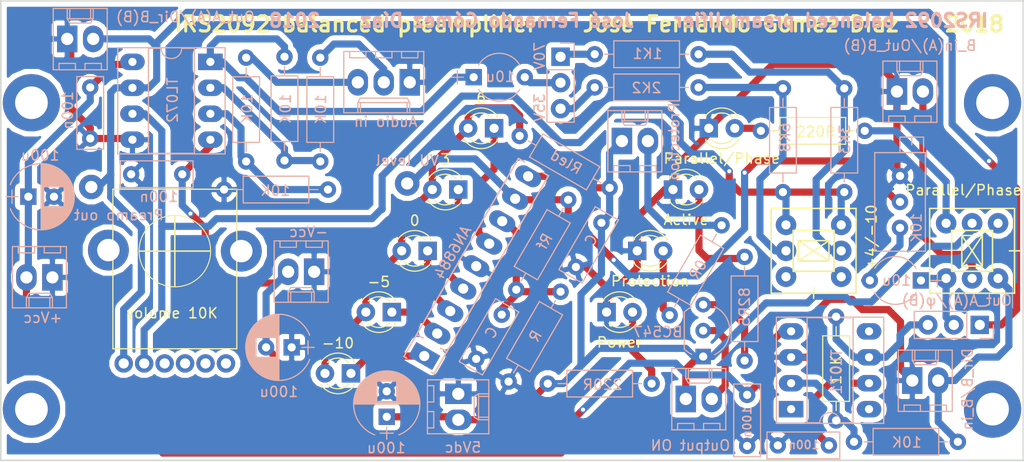
<source format=kicad_pcb>
(kicad_pcb (version 4) (host pcbnew 4.0.7)
  (layers (0 F.Cu signal) (31 B.Cu signal) (34 B.Paste user) (35 F.Paste user) (36 B.SilkS user) (37 F.SilkS user) (38 B.Mask user) (39 F.Mask user) (44 Edge.Cuts user))
  (net 0 "")
  (net 1 "Net-(C1-Pad1)")
  (net 2 GND)
  (net 3 "Net-(C10-Pad2)")
  (net 4 "Net-(C3-Pad1)")
  (net 5 "Net-(C3-Pad2)")
  (net 6 "Net-(C11-Pad1)")
  (net 7 "Net-(C6-Pad1)")
  (net 8 "Net-(C6-Pad2)")
  (net 9 "Net-(C7-Pad1)")
  (net 10 "Net-(D1-Pad2)")
  (net 11 "Net-(D2-Pad2)")
  (net 12 "Net-(D3-Pad2)")
  (net 13 "Net-(D4-Pad2)")
  (net 14 "Net-(D5-Pad1)")
  (net 15 "Net-(D5-Pad2)")
  (net 16 "Net-(D6-Pad1)")
  (net 17 "Net-(D7-Pad1)")
  (net 18 "Net-(D8-Pad1)")
  (net 19 "Net-(D9-Pad1)")
  (net 20 "Net-(J2-Pad2)")
  (net 21 "Net-(J2-Pad3)")
  (net 22 "Net-(J4-Pad2)")
  (net 23 "Net-(J5-Pad2)")
  (net 24 "Net-(J12-Pad1)")
  (net 25 "Net-(J9-Pad2)")
  (net 26 "Net-(J10-Pad2)")
  (net 27 "Net-(J11-Pad1)")
  (net 28 "Net-(JP1-Pad1)")
  (net 29 "Net-(JP1-Pad3)")
  (net 30 "Net-(JP2-Pad3)")
  (net 31 "Net-(Q1-Pad3)")
  (net 32 "Net-(R2-Pad1)")
  (net 33 "Net-(R3-Pad1)")
  (net 34 "Net-(R4-Pad1)")
  (net 35 "Net-(R12-Pad2)")
  (net 36 "Net-(R10-Pad1)")
  (net 37 "Net-(R12-Pad1)")
  (net 38 "Net-(R15-Pad1)")
  (net 39 "Net-(RV1-Pad2)")
  (net 40 "Net-(SW1-Pad1)")
  (net 41 "Net-(SW2-Pad1)")
  (net 42 "Net-(SW2-Pad4)")
  (net 43 "Net-(U3-Pad1)")
  (net 44 "Net-(U3-Pad5)")
  (net 45 "Net-(U3-Pad8)")
  (module LEDs:LED_D3.0mm (layer F.Cu) (at 103.02 81.445)
    (fp_text reference D2 hide)
    (fp_text value Parallel/Phase (at 1.27 2.96) (layer F.SilkS))
    (pad 1 thru_hole rect (at 0 0) (size 1.8 1.8) (drill 0.9) (layers *.Cu *.Mask) (net 2 GND))
    (pad 2 thru_hole circle (at 2.54 0) (size 1.8 1.8) (drill 0.9) (layers *.Cu *.Mask) (net 11 "Net-(D2-Pad2)"))
  )
  (module LEDs:LED_D3.0mm (layer F.Cu) (at 99.52 87.445)
    (fp_text reference D3 hide)
    (fp_text value Active (at 1.27 2.96) (layer F.SilkS))
    (pad 1 thru_hole rect (at 0 0) (size 1.8 1.8) (drill 0.9) (layers *.Cu *.Mask) (net 2 GND))
    (pad 2 thru_hole circle (at 2.54 0) (size 1.8 1.8) (drill 0.9) (layers *.Cu *.Mask) (net 12 "Net-(D3-Pad2)"))
  )
  (module LEDs:LED_D3.0mm (layer F.Cu) (at 96.02 93.445)
    (fp_text reference D4 hide)
    (fp_text value Protection (at 1.27 2.96) (layer F.SilkS))
    (pad 1 thru_hole rect (at 0 0) (size 1.8 1.8) (drill 0.9) (layers *.Cu *.Mask) (net 2 GND))
    (pad 2 thru_hole circle (at 2.54 0) (size 1.8 1.8) (drill 0.9) (layers *.Cu *.Mask) (net 13 "Net-(D4-Pad2)"))
  )
  (module LEDs:LED_D3.0mm (layer F.Cu) (at 93.02 99.445)
    (fp_text reference D1 hide)
    (fp_text value Power (at 1.27 2.96) (layer F.SilkS))
    (pad 1 thru_hole rect (at 0 0) (size 1.8 1.8) (drill 0.9) (layers *.Cu *.Mask) (net 2 GND))
    (pad 2 thru_hole circle (at 2.54 0) (size 1.8 1.8) (drill 0.9) (layers *.Cu *.Mask) (net 10 "Net-(D1-Pad2)"))
  )
  (module LEDs:LED_D3.0mm (layer F.Cu) (at 68.02 105.445 180)
    (fp_text reference D5 hide)
    (fp_text value -10 (at 1.27 2.96 180) (layer F.SilkS))
    (pad 1 thru_hole rect (at 0 0 180) (size 1.8 1.8) (drill 0.9) (layers *.Cu *.Mask) (net 14 "Net-(D5-Pad1)"))
    (pad 2 thru_hole circle (at 2.54 0 180) (size 1.8 1.8) (drill 0.9) (layers *.Cu *.Mask) (net 15 "Net-(D5-Pad2)"))
  )
  (module LEDs:LED_D3.0mm (layer F.Cu) (at 72.02 99.445 180)
    (fp_text reference D6 hide)
    (fp_text value -5 (at 1.27 2.96 180) (layer F.SilkS))
    (pad 1 thru_hole rect (at 0 0 180) (size 1.8 1.8) (drill 0.9) (layers *.Cu *.Mask) (net 16 "Net-(D6-Pad1)"))
    (pad 2 thru_hole circle (at 2.54 0 180) (size 1.8 1.8) (drill 0.9) (layers *.Cu *.Mask) (net 15 "Net-(D5-Pad2)"))
  )
  (module LEDs:LED_D3.0mm (layer F.Cu) (at 75.52 93.445 180)
    (fp_text reference D7 hide)
    (fp_text value 0 (at 1.27 2.96 180) (layer F.SilkS))
    (pad 1 thru_hole rect (at 0 0 180) (size 1.8 1.8) (drill 0.9) (layers *.Cu *.Mask) (net 17 "Net-(D7-Pad1)"))
    (pad 2 thru_hole circle (at 2.54 0 180) (size 1.8 1.8) (drill 0.9) (layers *.Cu *.Mask) (net 15 "Net-(D5-Pad2)"))
  )
  (module LEDs:LED_D3.0mm (layer F.Cu) (at 78.52 87.445 180)
    (fp_text reference D8 hide)
    (fp_text value 3 (at 1.27 2.96 180) (layer F.SilkS))
    (pad 1 thru_hole rect (at 0 0 180) (size 1.8 1.8) (drill 0.9) (layers *.Cu *.Mask) (net 18 "Net-(D8-Pad1)"))
    (pad 2 thru_hole circle (at 2.54 0 180) (size 1.8 1.8) (drill 0.9) (layers *.Cu *.Mask) (net 15 "Net-(D5-Pad2)"))
  )
  (module LEDs:LED_D3.0mm (layer F.Cu) (at 82.02 81.445 180)
    (fp_text reference D9 hide)
    (fp_text value 6 (at 1.27 2.96 180) (layer F.SilkS))
    (pad 1 thru_hole rect (at 0 0 180) (size 1.8 1.8) (drill 0.9) (layers *.Cu *.Mask) (net 19 "Net-(D9-Pad1)"))
    (pad 2 thru_hole circle (at 2.54 0 180) (size 1.8 1.8) (drill 0.9) (layers *.Cu *.Mask) (net 15 "Net-(D5-Pad2)"))
  )
  (module Mounting_Holes:MountingHole_3.2mm_M3_DIN965_Pad (layer F.Cu) (at 36.77 78.945)
    (fp_text reference REF** hide)
    (fp_text value MountingHole_3.2mm_M3_DIN965_Pad hide)
    (pad 1 thru_hole circle (at 0 0) (size 5.6 5.6) (drill 3.2) (layers *.Cu *.Mask))
  )
  (module Mounting_Holes:MountingHole_3.2mm_M3_DIN965_Pad (layer F.Cu) (at 36.77 108.945)
    (fp_text reference REF** hide)
    (fp_text value MountingHole_3.2mm_M3_DIN965_Pad hide)
    (pad 1 thru_hole circle (at 0 0) (size 5.6 5.6) (drill 3.2) (layers *.Cu *.Mask))
  )
  (module Mounting_Holes:MountingHole_3.2mm_M3_DIN965_Pad (layer F.Cu) (at 130.77 108.945)
    (fp_text reference REF** hide)
    (fp_text value MountingHole_3.2mm_M3_DIN965_Pad hide)
    (pad 1 thru_hole circle (at 0 0) (size 5.6 5.6) (drill 3.2) (layers *.Cu *.Mask))
  )
  (module Mounting_Holes:MountingHole_3.2mm_M3_DIN965_Pad (layer F.Cu) (at 130.77 78.945)
    (fp_text reference REF** hide)
    (fp_text value MountingHole_3.2mm_M3_DIN965_Pad hide)
    (pad 1 thru_hole circle (at 0 0) (size 5.6 5.6) (drill 3.2) (layers *.Cu *.Mask))
  )
  (module Potentiometer_Alps_RK12L_Horizontal (layer F.Cu) (at 50.77 93.445)
    (fp_text reference RV1 hide)
    (fp_text value "volume 10K" (at -0.25 6.1) (layer F.SilkS))
    (pad 3 thru_hole circle (at -4.975 11.025 90) (size 1.8 1.8) (drill 1) (layers *.Cu *.Mask) (net 24 "Net-(J12-Pad1)"))
    (pad 1 thru_hole circle (at -2.975 11.025 90) (size 1.8 1.8) (drill 1) (layers *.Cu *.Mask) (net 37 "Net-(R12-Pad1)"))
    (pad 4 thru_hole circle (at -0.975 11.025 90) (size 1.8 1.8) (drill 1) (layers *.Cu *.Mask))
    (pad 6 thru_hole circle (at 1.025 11.025 90) (size 1.8 1.8) (drill 1) (layers *.Cu *.Mask))
    (pad 5 thru_hole circle (at 3.025 11.025 90) (size 1.8 1.8) (drill 1) (layers *.Cu *.Mask))
    (pad 2 thru_hole circle (at 5.025 11.025 90) (size 1.8 1.8) (drill 1) (layers *.Cu *.Mask) (net 39 "Net-(RV1-Pad2)"))
    (pad "" thru_hole circle (at -6.475 -0.075 90) (size 4 4) (drill 2.2) (layers *.Cu *.Mask))
    (pad "" thru_hole circle (at 6.525 0.025 90) (size 4 4) (drill 2.2) (layers *.Cu *.Mask))
  )
  (module Connectors:PINTST (layer B.Cu) (at 73.52 86.845)
    (fp_text reference J11 hide)
    (fp_text value "VU level" (at 0 -2.25) (layer B.SilkS) (effects (justify mirror)))
    (pad 1 thru_hole circle (at 0 0) (size 2.4 2.4) (drill 1.2) (layers *.Cu *.Mask) (net 27 "Net-(J11-Pad1)"))
  )
  (module Connectors:PINTST (layer B.Cu) (at 42.62 87.195)
    (fp_text reference J12 hide)
    (fp_text value "Preamp out" (at 2.7 2.75) (layer B.SilkS) (effects (justify mirror)))
    (pad 1 thru_hole circle (at 0 0) (size 2.4 2.4) (drill 1.2) (layers *.Cu *.Mask) (net 24 "Net-(J12-Pad1)"))
  )
  (module Potentiometers:Potentiometer_Trimmer_Bourns_3296X (layer B.Cu) (at 121.72 91.195 270)
    (fp_text reference RV2 hide)
    (fp_text value 10K (at 0 -1.6 270) (layer B.SilkS) (effects (justify mirror)))
    (pad 1 thru_hole circle (at 0 0 270) (size 1.6 1.6) (drill 0.8) (layers *.Cu *.Mask) (net 8 "Net-(C6-Pad2)"))
    (pad 2 thru_hole circle (at -2.54 0 270) (size 1.6 1.6) (drill 0.8) (layers *.Cu *.Mask) (net 27 "Net-(J11-Pad1)"))
    (pad 3 thru_hole circle (at -5.08 0 270) (size 1.6 1.6) (drill 0.8) (layers *.Cu *.Mask) (net 2 GND))
  )
  (module Pin_Headers:Pin_Header_Straight_1x03_Pitch2.54mm (layer B.Cu) (at 88.52 74.445 180)
    (fp_text reference JP1 hide)
    (fp_text value "70V   35V" (at 2.05 -2.45 270) (layer B.SilkS) (effects (justify mirror)))
    (pad 1 thru_hole rect (at 0 0 180) (size 1.8 1.8) (drill 1) (layers *.Cu *.Mask) (net 28 "Net-(JP1-Pad1)"))
    (pad 2 thru_hole oval (at 0 -2.54 180) (size 1.9 1.9) (drill 1) (layers *.Cu *.Mask) (net 5 "Net-(C3-Pad2)"))
    (pad 3 thru_hole oval (at 0 -5.08 180) (size 1.9 1.9) (drill 1) (layers *.Cu *.Mask) (net 29 "Net-(JP1-Pad3)"))
  )
  (module Pin_Headers:Pin_Header_Straight_1x03_Pitch2.54mm (layer B.Cu) (at 129.52 100.695 90)
    (fp_text reference JP2 hide)
    (fp_text value "Out_A(A)/φ(B)" (at 2.4 -2.25 180) (layer B.SilkS) (effects (justify mirror)))
    (pad 1 thru_hole rect (at 0 0 90) (size 1.8 1.8) (drill 1) (layers *.Cu *.Mask) (net 24 "Net-(J12-Pad1)"))
    (pad 2 thru_hole oval (at 0 -2.54 90) (size 1.9 1.9) (drill 1) (layers *.Cu *.Mask) (net 7 "Net-(C6-Pad1)"))
    (pad 3 thru_hole oval (at 0 -5.08 90) (size 1.9 1.9) (drill 1) (layers *.Cu *.Mask) (net 30 "Net-(JP2-Pad3)"))
  )
  (module Resistors_THT:R_Axial_DIN0207_L6.3mm_D2.5mm_P10.16mm_Horizontal (layer F.Cu) (at 115.47 99.895 270)
    (fp_text reference R16 hide)
    (fp_text value 10K (at 5.2 0 270) (layer F.SilkS))
    (pad 1 thru_hole circle (at 0 0 270) (size 1.6 1.6) (drill 0.8) (layers *.Cu *.Mask) (net 30 "Net-(JP2-Pad3)"))
    (pad 2 thru_hole oval (at 10.16 0 270) (size 1.6 1.6) (drill 0.8) (layers *.Cu *.Mask) (net 38 "Net-(R15-Pad1)"))
  )
  (module Capacitors_THT:CP_Radial_D6.3mm_P2.50mm (layer B.Cu) (at 71.52 109.695 90)
    (fp_text reference C1 hide)
    (fp_text value 100u (at -3.05 -0.05 180) (layer B.SilkS) (effects (justify mirror)))
    (pad 1 thru_hole rect (at 0 0 90) (size 1.6 1.6) (drill 0.8) (layers *.Cu *.Mask) (net 1 "Net-(C1-Pad1)"))
    (pad 2 thru_hole circle (at 2.5 0 90) (size 1.6 1.6) (drill 0.8) (layers *.Cu *.Mask) (net 2 GND))
  )
  (module Capacitors_THT:CP_Radial_Tantal_D4.5mm_P5.00mm (layer B.Cu) (at 80.02 76.445)
    (fp_text reference C3 hide)
    (fp_text value 10u (at 2.6 -0.05) (layer B.SilkS) (effects (justify mirror)))
    (pad 1 thru_hole rect (at 0 0) (size 1.6 1.6) (drill 0.8) (layers *.Cu *.Mask) (net 4 "Net-(C3-Pad1)"))
    (pad 2 thru_hole circle (at 5 0) (size 1.6 1.6) (drill 0.8) (layers *.Cu *.Mask) (net 5 "Net-(C3-Pad2)"))
  )
  (module Capacitors_THT:C_Rect_L7.0mm_W2.5mm_P5.00mm (layer B.Cu) (at 92.52 90.695 240)
    (fp_text reference C4 hide)
    (fp_text value C (at 1.972243 0.016025 240) (layer B.SilkS) (effects (justify mirror)))
    (pad 1 thru_hole circle (at 0 0 240) (size 1.6 1.6) (drill 0.8) (layers *.Cu *.Mask) (net 1 "Net-(C1-Pad1)"))
    (pad 2 thru_hole circle (at 5 0 240) (size 1.6 1.6) (drill 0.8) (layers *.Cu *.Mask) (net 2 GND))
  )
  (module Capacitors_THT:CP_Radial_Tantal_D4.5mm_P5.00mm (layer B.Cu) (at 123.77 96.345 180)
    (fp_text reference C6 hide)
    (fp_text value 10u (at 2.4 0 180) (layer B.SilkS) (effects (justify mirror)))
    (pad 1 thru_hole rect (at 0 0 180) (size 1.6 1.6) (drill 0.8) (layers *.Cu *.Mask) (net 7 "Net-(C6-Pad1)"))
    (pad 2 thru_hole circle (at 5 0 180) (size 1.6 1.6) (drill 0.8) (layers *.Cu *.Mask) (net 8 "Net-(C6-Pad2)"))
  )
  (module Capacitors_THT:C_Rect_L7.0mm_W2.5mm_P5.00mm (layer B.Cu) (at 82.77 99.695 240)
    (fp_text reference C7 hide)
    (fp_text value C (at 2.015544 -0.008975 240) (layer B.SilkS) (effects (justify mirror)))
    (pad 1 thru_hole circle (at 0 0 240) (size 1.6 1.6) (drill 0.8) (layers *.Cu *.Mask) (net 9 "Net-(C7-Pad1)"))
    (pad 2 thru_hole circle (at 5 0 240) (size 1.6 1.6) (drill 0.8) (layers *.Cu *.Mask) (net 2 GND))
  )
  (module Capacitors_THT:CP_Radial_D6.3mm_P2.50mm (layer B.Cu) (at 62.22 102.895 180)
    (fp_text reference C8 hide)
    (fp_text value 100u (at 1.25 -4.35 180) (layer B.SilkS) (effects (justify mirror)))
    (pad 1 thru_hole rect (at 0 0 180) (size 1.6 1.6) (drill 0.8) (layers *.Cu *.Mask) (net 2 GND))
    (pad 2 thru_hole circle (at 2.5 0 180) (size 1.6 1.6) (drill 0.8) (layers *.Cu *.Mask) (net 3 "Net-(C10-Pad2)"))
  )
  (module Capacitors_THT:CP_Radial_D6.3mm_P2.50mm (layer B.Cu) (at 36.47 88.145)
    (fp_text reference C9 hide)
    (fp_text value 100u (at 1.15 -4.05) (layer B.SilkS) (effects (justify mirror)))
    (pad 1 thru_hole rect (at 0 0) (size 1.6 1.6) (drill 0.8) (layers *.Cu *.Mask) (net 6 "Net-(C11-Pad1)"))
    (pad 2 thru_hole circle (at 2.5 0) (size 1.6 1.6) (drill 0.8) (layers *.Cu *.Mask) (net 2 GND))
  )
  (module Capacitors_THT:C_Rect_L7.0mm_W2.5mm_P5.00mm (layer B.Cu) (at 46.52 85.945)
    (fp_text reference C10 hide)
    (fp_text value 100n (at 2.7 2.2) (layer B.SilkS) (effects (justify mirror)))
    (pad 1 thru_hole circle (at 0 0) (size 1.6 1.6) (drill 0.8) (layers *.Cu *.Mask) (net 2 GND))
    (pad 2 thru_hole circle (at 5 0) (size 1.6 1.6) (drill 0.8) (layers *.Cu *.Mask) (net 3 "Net-(C10-Pad2)"))
  )
  (module Capacitors_THT:C_Rect_L7.0mm_W2.5mm_P5.00mm (layer B.Cu) (at 42.52 77.445 270)
    (fp_text reference C11 hide)
    (fp_text value 100n (at 2.25 2.2 270) (layer B.SilkS) (effects (justify mirror)))
    (pad 1 thru_hole circle (at 0 0 270) (size 1.6 1.6) (drill 0.8) (layers *.Cu *.Mask) (net 6 "Net-(C11-Pad1)"))
    (pad 2 thru_hole circle (at 5 0 270) (size 1.6 1.6) (drill 0.8) (layers *.Cu *.Mask) (net 2 GND))
  )
  (module Capacitors_THT:C_Rect_L7.0mm_W2.5mm_P5.00mm (layer B.Cu) (at 106.77 112.545 90)
    (fp_text reference C12 hide)
    (fp_text value 100n (at 2.3 0 90) (layer B.SilkS) (effects (font (size 0.8 0.8)) (justify mirror)))
    (pad 1 thru_hole circle (at 0 0 90) (size 1.6 1.6) (drill 0.8) (layers *.Cu *.Mask) (net 2 GND))
    (pad 2 thru_hole circle (at 5 0 90) (size 1.6 1.6) (drill 0.8) (layers *.Cu *.Mask) (net 3 "Net-(C10-Pad2)"))
  )
  (module Capacitors_THT:C_Rect_L7.0mm_W2.5mm_P5.00mm (layer B.Cu) (at 114.77 112.495 180)
    (fp_text reference C13 hide)
    (fp_text value 100n (at 2.45 0.05 180) (layer B.SilkS) (effects (font (size 0.8 0.8)) (justify mirror)))
    (pad 1 thru_hole circle (at 0 0 180) (size 1.6 1.6) (drill 0.8) (layers *.Cu *.Mask) (net 6 "Net-(C11-Pad1)"))
    (pad 2 thru_hole circle (at 5 0 180) (size 1.6 1.6) (drill 0.8) (layers *.Cu *.Mask) (net 2 GND))
  )
  (module Connectors_Molex:Molex_KK-6410-02_02x2.54mm_Straight (layer B.Cu) (at 78.52 107.445 270)
    (fp_text reference J1 hide)
    (fp_text value 5Vdc (at 5.25 -0.45 360) (layer B.SilkS) (effects (justify mirror)))
    (pad 1 thru_hole rect (at 0 0 270) (size 2 2.6) (drill 1.2) (layers *.Cu *.Mask) (net 2 GND))
    (pad 2 thru_hole oval (at 2.54 0 270) (size 2 2.6) (drill 1.2) (layers *.Cu *.Mask) (net 1 "Net-(C1-Pad1)"))
  )
  (module Connectors_Molex:Molex_KK-6410-03_03x2.54mm_Straight (layer B.Cu) (at 73.77 76.945 180)
    (fp_text reference J2 hide)
    (fp_text value "Audio in" (at 2.35 -3.85 180) (layer B.SilkS) (effects (justify mirror)))
    (pad 1 thru_hole rect (at 0 0 180) (size 2 2.6) (drill 1.2) (layers *.Cu *.Mask) (net 2 GND))
    (pad 2 thru_hole oval (at 2.54 0 180) (size 2 2.6) (drill 1.2) (layers *.Cu *.Mask) (net 20 "Net-(J2-Pad2)"))
    (pad 3 thru_hole oval (at 5.08 0 180) (size 2 2.6) (drill 1.2) (layers *.Cu *.Mask) (net 21 "Net-(J2-Pad3)"))
  )
  (module Connectors_Molex:Molex_KK-6410-02_02x2.54mm_Straight (layer B.Cu) (at 100.77 107.945)
    (fp_text reference J4 hide)
    (fp_text value "Output ON" (at 0.45 4.55) (layer B.SilkS) (effects (justify mirror)))
    (pad 1 thru_hole rect (at 0 0) (size 2 2.6) (drill 1.2) (layers *.Cu *.Mask) (net 1 "Net-(C1-Pad1)"))
    (pad 2 thru_hole oval (at 2.54 0) (size 2 2.6) (drill 1.2) (layers *.Cu *.Mask) (net 22 "Net-(J4-Pad2)"))
  )
  (module Connectors_Molex:Molex_KK-6410-02_02x2.54mm_Straight (layer B.Cu) (at 94.52 82.695)
    (fp_text reference J5 hide)
    (fp_text value Protection (at 5.1 0.05 90) (layer B.SilkS) (effects (justify mirror)))
    (pad 1 thru_hole rect (at 0 0) (size 2 2.6) (drill 1.2) (layers *.Cu *.Mask) (net 1 "Net-(C1-Pad1)"))
    (pad 2 thru_hole oval (at 2.54 0) (size 2 2.6) (drill 1.2) (layers *.Cu *.Mask) (net 23 "Net-(J5-Pad2)"))
  )
  (module Connectors_Molex:Molex_KK-6410-02_02x2.54mm_Straight (layer B.Cu) (at 64.42 95.495 180)
    (fp_text reference J6 hide)
    (fp_text value -Vcc (at 0.55 3.9 180) (layer B.SilkS) (effects (justify mirror)))
    (pad 1 thru_hole rect (at 0 0 180) (size 2 2.6) (drill 1.2) (layers *.Cu *.Mask) (net 2 GND))
    (pad 2 thru_hole oval (at 2.54 0 180) (size 2 2.6) (drill 1.2) (layers *.Cu *.Mask) (net 3 "Net-(C10-Pad2)"))
  )
  (module Connectors_Molex:Molex_KK-6410-02_02x2.54mm_Straight (layer B.Cu) (at 38.82 96.045 180)
    (fp_text reference J7 hide)
    (fp_text value +Vcc (at 0.95 -3.95 180) (layer B.SilkS) (effects (justify mirror)))
    (pad 1 thru_hole rect (at 0 0 180) (size 2 2.6) (drill 1.2) (layers *.Cu *.Mask) (net 2 GND))
    (pad 2 thru_hole oval (at 2.54 0 180) (size 2 2.6) (drill 1.2) (layers *.Cu *.Mask) (net 6 "Net-(C11-Pad1)"))
  )
  (module Connectors_Molex:Molex_KK-6410-02_02x2.54mm_Straight (layer B.Cu) (at 40.27 72.695)
    (fp_text reference J8 hide)
    (fp_text value "Out_A(A)/Dir_B(B)" (at 11.55 -2.15) (layer B.SilkS) (effects (justify mirror)))
    (pad 1 thru_hole rect (at 0 0) (size 2 2.6) (drill 1.2) (layers *.Cu *.Mask) (net 2 GND))
    (pad 2 thru_hole oval (at 2.54 0) (size 2 2.6) (drill 1.2) (layers *.Cu *.Mask) (net 24 "Net-(J12-Pad1)"))
  )
  (module Connectors_Molex:Molex_KK-6410-02_02x2.54mm_Straight (layer B.Cu) (at 122.92 106.145)
    (fp_text reference J9 hide)
    (fp_text value Dir_B/B_in (at 5.4 0.85 90) (layer B.SilkS) (effects (justify mirror)))
    (pad 1 thru_hole rect (at 0 0) (size 2 2.6) (drill 1.2) (layers *.Cu *.Mask) (net 2 GND))
    (pad 2 thru_hole oval (at 2.54 0) (size 2 2.6) (drill 1.2) (layers *.Cu *.Mask) (net 25 "Net-(J9-Pad2)"))
  )
  (module Connectors_Molex:Molex_KK-6410-02_02x2.54mm_Straight (layer B.Cu) (at 121.42 77.845)
    (fp_text reference J10 hide)
    (fp_text value "B_in(A)/Out_B(B)" (at 1.27 -4.5) (layer B.SilkS) (effects (justify mirror)))
    (pad 1 thru_hole rect (at 0 0) (size 2 2.6) (drill 1.2) (layers *.Cu *.Mask) (net 2 GND))
    (pad 2 thru_hole oval (at 2.54 0) (size 2 2.6) (drill 1.2) (layers *.Cu *.Mask) (net 26 "Net-(J10-Pad2)"))
  )
  (module Resistors_THT:R_Axial_DIN0207_L6.3mm_D2.5mm_P10.16mm_Horizontal (layer B.Cu) (at 87.27 106.445)
    (fp_text reference R1 hide)
    (fp_text value 220R (at 5.35 0.1) (layer B.SilkS) (effects (justify mirror)))
    (pad 1 thru_hole circle (at 0 0) (size 1.6 1.6) (drill 0.8) (layers *.Cu *.Mask) (net 1 "Net-(C1-Pad1)"))
    (pad 2 thru_hole oval (at 10.16 0) (size 1.6 1.6) (drill 0.8) (layers *.Cu *.Mask) (net 10 "Net-(D1-Pad2)"))
  )
  (module Resistors_THT:R_Axial_DIN0207_L6.3mm_D2.5mm_P10.16mm_Horizontal (layer F.Cu) (at 118.27 81.695 180)
    (fp_text reference R2 hide)
    (fp_text value 220R (at 4.8 -0.1 180) (layer F.SilkS))
    (pad 1 thru_hole circle (at 0 0 180) (size 1.6 1.6) (drill 0.8) (layers *.Cu *.Mask) (net 32 "Net-(R2-Pad1)"))
    (pad 2 thru_hole oval (at 10.16 0 180) (size 1.6 1.6) (drill 0.8) (layers *.Cu *.Mask) (net 11 "Net-(D2-Pad2)"))
  )
  (module Resistors_THT:R_Axial_DIN0207_L6.3mm_D2.5mm_P10.16mm_Horizontal (layer B.Cu) (at 65.02 84.695 90)
    (fp_text reference R3 hide)
    (fp_text value 10K (at 5.1 0.05 90) (layer B.SilkS) (effects (justify mirror)))
    (pad 1 thru_hole circle (at 0 0 90) (size 1.6 1.6) (drill 0.8) (layers *.Cu *.Mask) (net 33 "Net-(R3-Pad1)"))
    (pad 2 thru_hole oval (at 10.16 0 90) (size 1.6 1.6) (drill 0.8) (layers *.Cu *.Mask) (net 20 "Net-(J2-Pad2)"))
  )
  (module Resistors_THT:R_Axial_DIN0207_L6.3mm_D2.5mm_P10.16mm_Horizontal (layer B.Cu) (at 57.77 84.695 90)
    (fp_text reference R4 hide)
    (fp_text value 10K (at 5.15 0.1 90) (layer B.SilkS) (effects (justify mirror)))
    (pad 1 thru_hole circle (at 0 0 90) (size 1.6 1.6) (drill 0.8) (layers *.Cu *.Mask) (net 34 "Net-(R4-Pad1)"))
    (pad 2 thru_hole oval (at 10.16 0 90) (size 1.6 1.6) (drill 0.8) (layers *.Cu *.Mask) (net 21 "Net-(J2-Pad3)"))
  )
  (module Resistors_THT:R_Axial_DIN0207_L6.3mm_D2.5mm_P10.16mm_Horizontal (layer B.Cu) (at 106.52 104.195 90)
    (fp_text reference R5 hide)
    (fp_text value 82R5 (at 5.25 0 90) (layer B.SilkS) (effects (justify mirror)))
    (pad 1 thru_hole circle (at 0 0 90) (size 1.6 1.6) (drill 0.8) (layers *.Cu *.Mask) (net 31 "Net-(Q1-Pad3)"))
    (pad 2 thru_hole oval (at 10.16 0 90) (size 1.6 1.6) (drill 0.8) (layers *.Cu *.Mask) (net 12 "Net-(D3-Pad2)"))
  )
  (module Resistors_THT:R_Axial_DIN0207_L6.3mm_D2.5mm_P10.16mm_Horizontal (layer B.Cu) (at 65.77 87.445 180)
    (fp_text reference R6 hide)
    (fp_text value 10K (at 5.15 -0.1 180) (layer B.SilkS) (effects (justify mirror)))
    (pad 1 thru_hole circle (at 0 0 180) (size 1.6 1.6) (drill 0.8) (layers *.Cu *.Mask) (net 34 "Net-(R4-Pad1)"))
    (pad 2 thru_hole oval (at 10.16 0 180) (size 1.6 1.6) (drill 0.8) (layers *.Cu *.Mask) (net 2 GND))
  )
  (module Resistors_THT:R_Axial_DIN0207_L6.3mm_D2.5mm_P10.16mm_Horizontal (layer B.Cu) (at 61.52 74.445 270)
    (fp_text reference R7 hide)
    (fp_text value 10K (at 5.1 -0.1 270) (layer B.SilkS) (effects (justify mirror)))
    (pad 1 thru_hole circle (at 0 0 270) (size 1.6 1.6) (drill 0.8) (layers *.Cu *.Mask) (net 4 "Net-(C3-Pad1)"))
    (pad 2 thru_hole oval (at 10.16 0 270) (size 1.6 1.6) (drill 0.8) (layers *.Cu *.Mask) (net 33 "Net-(R3-Pad1)"))
  )
  (module Resistors_THT:R_Axial_DIN0207_L6.3mm_D2.5mm_P10.16mm_Horizontal (layer B.Cu) (at 104.27 90.945 240)
    (fp_text reference R8 hide)
    (fp_text value 0R (at 4.917211 -0.183142 240) (layer B.SilkS) (effects (justify mirror)))
    (pad 1 thru_hole circle (at 0 0 240) (size 1.6 1.6) (drill 0.8) (layers *.Cu *.Mask) (net 23 "Net-(J5-Pad2)"))
    (pad 2 thru_hole oval (at 10.16 0 240) (size 1.6 1.6) (drill 0.8) (layers *.Cu *.Mask) (net 13 "Net-(D4-Pad2)"))
  )
  (module Resistors_THT:R_Axial_DIN0207_L6.3mm_D2.5mm_P10.16mm_Horizontal (layer B.Cu) (at 102.02 74.195 180)
    (fp_text reference R9 hide)
    (fp_text value 1K1 (at 5 0.05 180) (layer B.SilkS) (effects (justify mirror)))
    (pad 1 thru_hole circle (at 0 0 180) (size 1.6 1.6) (drill 0.8) (layers *.Cu *.Mask) (net 35 "Net-(R12-Pad2)"))
    (pad 2 thru_hole oval (at 10.16 0 180) (size 1.6 1.6) (drill 0.8) (layers *.Cu *.Mask) (net 28 "Net-(JP1-Pad1)"))
  )
  (module Resistors_THT:R_Axial_DIN0207_L6.3mm_D2.5mm_P10.16mm_Horizontal (layer B.Cu) (at 102.02 77.445 180)
    (fp_text reference R10 hide)
    (fp_text value 2K2 (at 5.1 -0.05 180) (layer B.SilkS) (effects (justify mirror)))
    (pad 1 thru_hole circle (at 0 0 180) (size 1.6 1.6) (drill 0.8) (layers *.Cu *.Mask) (net 36 "Net-(R10-Pad1)"))
    (pad 2 thru_hole oval (at 10.16 0 180) (size 1.6 1.6) (drill 0.8) (layers *.Cu *.Mask) (net 29 "Net-(JP1-Pad3)"))
  )
  (module Resistors_THT:R_Axial_DIN0207_L6.3mm_D2.5mm_P10.16mm_Horizontal (layer B.Cu) (at 88.52 97.445 240)
    (fp_text reference R11 hide)
    (fp_text value R (at 4.992211 -0.053238 240) (layer B.SilkS) (effects (justify mirror)))
    (pad 1 thru_hole circle (at 0 0 240) (size 1.6 1.6) (drill 0.8) (layers *.Cu *.Mask) (net 9 "Net-(C7-Pad1)"))
    (pad 2 thru_hole oval (at 10.16 0 240) (size 1.6 1.6) (drill 0.8) (layers *.Cu *.Mask) (net 2 GND))
  )
  (module Resistors_THT:R_Axial_DIN0207_L6.3mm_D2.5mm_P10.16mm_Horizontal (layer B.Cu) (at 116.27 87.695 90)
    (fp_text reference R12 hide)
    (fp_text value 3K3 (at 5.15 0.05 90) (layer B.SilkS) (effects (justify mirror)))
    (pad 1 thru_hole circle (at 0 0 90) (size 1.6 1.6) (drill 0.8) (layers *.Cu *.Mask) (net 37 "Net-(R12-Pad1)"))
    (pad 2 thru_hole oval (at 10.16 0 90) (size 1.6 1.6) (drill 0.8) (layers *.Cu *.Mask) (net 35 "Net-(R12-Pad2)"))
  )
  (module Resistors_THT:R_Axial_DIN0207_L6.3mm_D2.5mm_P10.16mm_Horizontal (layer B.Cu) (at 110.27 87.695 90)
    (fp_text reference R13 hide)
    (fp_text value 6K8 (at 5.35 0.2 90) (layer B.SilkS) (effects (justify mirror)))
    (pad 1 thru_hole circle (at 0 0 90) (size 1.6 1.6) (drill 0.8) (layers *.Cu *.Mask) (net 37 "Net-(R12-Pad1)"))
    (pad 2 thru_hole oval (at 10.16 0 90) (size 1.6 1.6) (drill 0.8) (layers *.Cu *.Mask) (net 36 "Net-(R10-Pad1)"))
  )
  (module Resistors_THT:R_Axial_DIN0207_L6.3mm_D2.5mm_P10.16mm_Horizontal (layer B.Cu) (at 84.52 82.195 330)
    (fp_text reference R14 hide)
    (fp_text value Rled (at 5.215416 -0.066635 330) (layer B.SilkS) (effects (justify mirror)))
    (pad 1 thru_hole circle (at 0 0 330) (size 1.6 1.6) (drill 0.8) (layers *.Cu *.Mask) (net 15 "Net-(D5-Pad2)"))
    (pad 2 thru_hole oval (at 10.16 0 330) (size 1.6 1.6) (drill 0.8) (layers *.Cu *.Mask) (net 1 "Net-(C1-Pad1)"))
  )
  (module Resistors_THT:R_Axial_DIN0207_L6.3mm_D2.5mm_P10.16mm_Horizontal (layer B.Cu) (at 117.22 112.145)
    (fp_text reference R15 hide)
    (fp_text value 10K (at 5.15 0.05) (layer B.SilkS) (effects (justify mirror)))
    (pad 1 thru_hole circle (at 0 0) (size 1.6 1.6) (drill 0.8) (layers *.Cu *.Mask) (net 38 "Net-(R15-Pad1)"))
    (pad 2 thru_hole oval (at 10.16 0) (size 1.6 1.6) (drill 0.8) (layers *.Cu *.Mask) (net 25 "Net-(J9-Pad2)"))
  )
  (module Resistors_THT:R_Axial_DIN0207_L6.3mm_D2.5mm_P10.16mm_Horizontal (layer B.Cu) (at 89.27 88.445 240)
    (fp_text reference R17 hide)
    (fp_text value Rf (at 4.700704 -0.058142 240) (layer B.SilkS) (effects (justify mirror)))
    (pad 1 thru_hole circle (at 0 0 240) (size 1.6 1.6) (drill 0.8) (layers *.Cu *.Mask) (net 27 "Net-(J11-Pad1)"))
    (pad 2 thru_hole oval (at 10.16 0 240) (size 1.6 1.6) (drill 0.8) (layers *.Cu *.Mask) (net 9 "Net-(C7-Pad1)"))
  )
  (module Switches:DPDT_Pushbutton (layer F.Cu) (at 128.77 93.445 180)
    (fp_text reference SW1 hide)
    (fp_text value Parallel/Phase (at 0.85 5.95 180) (layer F.SilkS))
    (pad 2 thru_hole circle (at 0 2.7 180) (size 2 2) (drill 0.9) (layers *.Cu *.Mask) (net 1 "Net-(C1-Pad1)"))
    (pad 5 thru_hole circle (at 0 -2.7 180) (size 2 2) (drill 0.9) (layers *.Cu *.Mask) (net 26 "Net-(J10-Pad2)"))
    (pad 6 thru_hole circle (at 2.54 -2.7 180) (size 2 2) (drill 0.9) (layers *.Cu *.Mask) (net 7 "Net-(C6-Pad1)"))
    (pad 3 thru_hole circle (at 2.54 2.7 180) (size 2 2) (drill 0.9) (layers *.Cu *.Mask) (net 32 "Net-(R2-Pad1)"))
    (pad 1 thru_hole circle (at -2.54 2.7 180) (size 2 2) (drill 0.9) (layers *.Cu *.Mask) (net 40 "Net-(SW1-Pad1)"))
    (pad 4 thru_hole circle (at -2.54 -2.7 180) (size 2 2) (drill 0.9) (layers *.Cu *.Mask) (net 25 "Net-(J9-Pad2)"))
  )
  (module Switches:DPDT_Pushbutton (layer F.Cu) (at 113.27 93.445 90)
    (fp_text reference SW2 hide)
    (fp_text value +4/-10 (at 1.35 5.65 90) (layer F.SilkS))
    (pad 2 thru_hole circle (at 0 2.7 90) (size 2 2) (drill 0.9) (layers *.Cu *.Mask) (net 35 "Net-(R12-Pad2)"))
    (pad 5 thru_hole circle (at 0 -2.7 90) (size 2 2) (drill 0.9) (layers *.Cu *.Mask) (net 36 "Net-(R10-Pad1)"))
    (pad 6 thru_hole circle (at 2.54 -2.7 90) (size 2 2) (drill 0.9) (layers *.Cu *.Mask) (net 37 "Net-(R12-Pad1)"))
    (pad 3 thru_hole circle (at 2.54 2.7 90) (size 2 2) (drill 0.9) (layers *.Cu *.Mask) (net 37 "Net-(R12-Pad1)"))
    (pad 1 thru_hole circle (at -2.54 2.7 90) (size 2 2) (drill 0.9) (layers *.Cu *.Mask) (net 41 "Net-(SW2-Pad1)"))
    (pad 4 thru_hole circle (at -2.54 -2.7 90) (size 2 2) (drill 0.9) (layers *.Cu *.Mask) (net 42 "Net-(SW2-Pad4)"))
  )
  (module Housings_DIP:DIP-8_W7.62mm_Socket_LongPads (layer B.Cu) (at 54.27 74.945 180)
    (fp_text reference U1 hide)
    (fp_text value TL072 (at 3.7 -3.75 270) (layer B.SilkS) (effects (justify mirror)))
    (pad 1 thru_hole rect (at 0 0 180) (size 2.4 1.6) (drill 0.8) (layers *.Cu *.Mask) (net 4 "Net-(C3-Pad1)"))
    (pad 5 thru_hole oval (at 7.62 -7.62 180) (size 2.4 1.6) (drill 0.8) (layers *.Cu *.Mask) (net 2 GND))
    (pad 2 thru_hole oval (at 0 -2.54 180) (size 2.4 1.6) (drill 0.8) (layers *.Cu *.Mask) (net 33 "Net-(R3-Pad1)"))
    (pad 6 thru_hole oval (at 7.62 -5.08 180) (size 2.4 1.6) (drill 0.8) (layers *.Cu *.Mask) (net 37 "Net-(R12-Pad1)"))
    (pad 3 thru_hole oval (at 0 -5.08 180) (size 2.4 1.6) (drill 0.8) (layers *.Cu *.Mask) (net 34 "Net-(R4-Pad1)"))
    (pad 7 thru_hole oval (at 7.62 -2.54 180) (size 2.4 1.6) (drill 0.8) (layers *.Cu *.Mask) (net 24 "Net-(J12-Pad1)"))
    (pad 4 thru_hole oval (at 0 -7.62 180) (size 2.4 1.6) (drill 0.8) (layers *.Cu *.Mask) (net 3 "Net-(C10-Pad2)"))
    (pad 8 thru_hole oval (at 7.62 0 180) (size 2.4 1.6) (drill 0.8) (layers *.Cu *.Mask) (net 6 "Net-(C11-Pad1)"))
  )
  (module Housings_SIP:SIP9_Housing_BigPads (layer B.Cu) (at 80.27 94.945 60)
    (fp_text reference U2 hide)
    (fp_text value AN6884 (at 0.019134 -2.666858 60) (layer B.SilkS) (effects (justify mirror)))
    (pad 1 thru_hole rect (at -10.16 0 330) (size 2.7 1.6) (drill 1) (layers *.Cu *.Mask) (net 14 "Net-(D5-Pad1)"))
    (pad 2 thru_hole oval (at -7.62 0 330) (size 2.7 1.6) (drill 1) (layers *.Cu *.Mask) (net 16 "Net-(D6-Pad1)"))
    (pad 3 thru_hole oval (at -5.08 0 330) (size 2.7 1.6) (drill 1) (layers *.Cu *.Mask) (net 17 "Net-(D7-Pad1)"))
    (pad 4 thru_hole oval (at -2.54 0 330) (size 2.7 1.6) (drill 1) (layers *.Cu *.Mask) (net 18 "Net-(D8-Pad1)"))
    (pad 5 thru_hole oval (at 0 0 330) (size 2.7 1.6) (drill 1) (layers *.Cu *.Mask) (net 2 GND))
    (pad 6 thru_hole oval (at 2.54 0 330) (size 2.7 1.6) (drill 1) (layers *.Cu *.Mask) (net 19 "Net-(D9-Pad1)"))
    (pad 7 thru_hole oval (at 5.08 0 330) (size 2.7 1.6) (drill 1) (layers *.Cu *.Mask) (net 9 "Net-(C7-Pad1)"))
    (pad 8 thru_hole oval (at 7.62 0 330) (size 2.7 1.6) (drill 1) (layers *.Cu *.Mask) (net 27 "Net-(J11-Pad1)"))
    (pad 9 thru_hole oval (at 10.16 0 330) (size 2.7 1.6) (drill 1) (layers *.Cu *.Mask) (net 1 "Net-(C1-Pad1)"))
  )
  (module Housings_DIP:DIP-8_W7.62mm_Socket_LongPads (layer B.Cu) (at 111.07 108.945)
    (fp_text reference U3 hide)
    (fp_text value TL071 (at 4.45 -3.65 90) (layer B.SilkS) (effects (justify mirror)))
    (pad 1 thru_hole rect (at 0 0) (size 2.4 1.6) (drill 0.8) (layers *.Cu *.Mask) (net 43 "Net-(U3-Pad1)"))
    (pad 5 thru_hole oval (at 7.62 -7.62) (size 2.4 1.6) (drill 0.8) (layers *.Cu *.Mask) (net 44 "Net-(U3-Pad5)"))
    (pad 2 thru_hole oval (at 0 -2.54) (size 2.4 1.6) (drill 0.8) (layers *.Cu *.Mask) (net 38 "Net-(R15-Pad1)"))
    (pad 6 thru_hole oval (at 7.62 -5.08) (size 2.4 1.6) (drill 0.8) (layers *.Cu *.Mask) (net 30 "Net-(JP2-Pad3)"))
    (pad 3 thru_hole oval (at 0 -5.08) (size 2.4 1.6) (drill 0.8) (layers *.Cu *.Mask) (net 2 GND))
    (pad 7 thru_hole oval (at 7.62 -2.54) (size 2.4 1.6) (drill 0.8) (layers *.Cu *.Mask) (net 6 "Net-(C11-Pad1)"))
    (pad 4 thru_hole oval (at 0 -7.62) (size 2.4 1.6) (drill 0.8) (layers *.Cu *.Mask) (net 3 "Net-(C10-Pad2)"))
    (pad 8 thru_hole oval (at 7.62 0) (size 2.4 1.6) (drill 0.8) (layers *.Cu *.Mask) (net 45 "Net-(U3-Pad8)"))
  )
  (module TO_SOT_Packages_THT:TO-92_Inline_Wide (layer B.Cu) (at 102.47 103.795 90)
    (fp_text reference Q1 hide)
    (fp_text value BC547 (at 2.4 -4.45 180) (layer B.SilkS) (effects (justify mirror)))
    (pad 2 thru_hole circle (at 2.54 0) (size 1.52 1.52) (drill 0.8) (layers *.Cu *.Mask) (net 22 "Net-(J4-Pad2)"))
    (pad 3 thru_hole circle (at 5.08 0) (size 1.52 1.52) (drill 0.8) (layers *.Cu *.Mask) (net 31 "Net-(Q1-Pad3)"))
    (pad 1 thru_hole rect (at 0 0) (size 1.52 1.52) (drill 0.8) (layers *.Cu *.Mask) (net 1 "Net-(C1-Pad1)"))
  )
  (gr_text "IRS2092 balanced preamplifier    José Fernando Gómez Díaz    2018" (at 95.17 70.895) (layer B.SilkS) (effects (font (size 1.3 1.3) (thickness 0.3)) (justify mirror)))
  (gr_text "IRS2092 balanced preamplifier    José Fernando Gómez Díaz    2018" (at 91.32 71.245) (layer F.SilkS) (effects (font (size 1.5 1.5) (thickness 0.3))))
  (gr_line (start 33.775 68.96) (end 33.775 113.96) (angle 90) (layer Edge.Cuts) (width 0.15))
  (gr_line (start 133.775 68.96) (end 33.775 68.96) (angle 90) (layer Edge.Cuts) (width 0.15))
  (gr_line (start 133.775 113.96) (end 33.775 113.96) (angle 90) (layer Edge.Cuts) (width 0.15))
  (gr_line (start 133.775 68.96) (end 133.775 113.96) (angle 90) (layer Edge.Cuts) (width 0.15))
  (segment (start 102.47 103.795) (end 102.02 103.795) (width 0.7) (layer F.Cu) (net 1))
  (segment (start 102.02 103.795) (end 100.77 105.045) (width 0.7) (layer F.Cu) (net 1))
  (segment (start 100.77 105.045) (end 100.77 107.945) (width 0.7) (layer F.Cu) (net 1))
  (segment (start 102.47 103.795) (end 101.57 103.795) (width 0.7) (layer B.Cu) (net 1))
  (segment (start 92.22 102.995) (end 90.27 104.945) (width 0.7) (layer B.Cu) (net 1))
  (segment (start 100.77 102.995) (end 92.22 102.995) (width 0.7) (layer B.Cu) (net 1))
  (segment (start 101.57 103.795) (end 100.77 102.995) (width 0.7) (layer B.Cu) (net 1))
  (segment (start 102.47 103.795) (end 103.37 103.795) (width 0.7) (layer B.Cu) (net 1))
  (segment (start 127.17 92.995) (end 129.27 90.895) (width 0.7) (layer B.Cu) (net 1))
  (segment (start 124.37 92.995) (end 127.17 92.995) (width 0.7) (layer B.Cu) (net 1))
  (segment (start 118.92 98.445) (end 124.37 92.995) (width 0.7) (layer B.Cu) (net 1))
  (segment (start 116.87 98.445) (end 118.92 98.445) (width 0.7) (layer B.Cu) (net 1))
  (segment (start 116.32 97.895) (end 116.87 98.445) (width 0.7) (layer B.Cu) (net 1))
  (segment (start 113.32 97.895) (end 116.32 97.895) (width 0.7) (layer B.Cu) (net 1))
  (segment (start 112.67 98.545) (end 113.32 97.895) (width 0.7) (layer B.Cu) (net 1))
  (segment (start 108.62 98.545) (end 112.67 98.545) (width 0.7) (layer B.Cu) (net 1))
  (segment (start 104.22 102.945) (end 108.62 98.545) (width 0.7) (layer B.Cu) (net 1))
  (segment (start 103.37 103.795) (end 104.22 102.945) (width 0.7) (layer B.Cu) (net 1))
  (segment (start 93.318818 87.275) (end 93.318818 83.896182) (width 0.7) (layer B.Cu) (net 1))
  (segment (start 93.318818 83.896182) (end 94.52 82.695) (width 0.7) (layer B.Cu) (net 1))
  (segment (start 92.52 90.695) (end 92.52 95.695) (width 0.7) (layer B.Cu) (net 1))
  (segment (start 90.52 97.695) (end 90.52 104.695) (width 0.7) (layer B.Cu) (net 1))
  (segment (start 92.52 95.695) (end 90.52 97.695) (width 0.7) (layer B.Cu) (net 1))
  (segment (start 90.52 104.695) (end 90.52 104.445) (width 0.7) (layer B.Cu) (net 1))
  (segment (start 90.52 104.445) (end 90.52 104.695) (width 0.7) (layer B.Cu) (net 1))
  (segment (start 93.318818 87.275) (end 93.318818 89.896182) (width 0.7) (layer B.Cu) (net 1))
  (segment (start 93.318818 89.896182) (end 92.52 90.695) (width 0.7) (layer B.Cu) (net 1))
  (segment (start 90.52 104.695) (end 90.27 104.945) (width 0.7) (layer B.Cu) (net 1))
  (segment (start 88.77 106.445) (end 90.27 104.945) (width 0.7) (layer B.Cu) (net 1))
  (segment (start 87.27 106.445) (end 88.77 106.445) (width 0.7) (layer B.Cu) (net 1))
  (segment (start 71.52 109.695) (end 78.23 109.695) (width 0.7) (layer F.Cu) (net 1))
  (segment (start 78.23 109.695) (end 78.52 109.985) (width 0.7) (layer F.Cu) (net 1))
  (segment (start 78.52 109.985) (end 83.73 109.985) (width 0.7) (layer F.Cu) (net 1))
  (segment (start 83.73 109.985) (end 87.27 106.445) (width 0.7) (layer F.Cu) (net 1))
  (segment (start 93.318818 87.275) (end 91.6 87.275) (width 0.7) (layer F.Cu) (net 1))
  (segment (start 90.471182 86.146182) (end 85.35 86.146182) (width 0.7) (layer F.Cu) (net 1))
  (segment (start 91.6 87.275) (end 90.471182 86.146182) (width 0.7) (layer F.Cu) (net 1))
  (segment (start 121.42 77.845) (end 121.42 77.045) (width 0.7) (layer F.Cu) (net 2))
  (segment (start 121.42 77.045) (end 119.57 75.195) (width 0.7) (layer F.Cu) (net 2))
  (segment (start 109.27 75.195) (end 103.02 81.445) (width 0.7) (layer F.Cu) (net 2))
  (segment (start 119.57 75.195) (end 109.27 75.195) (width 0.7) (layer F.Cu) (net 2))
  (segment (start 121.42 77.845) (end 121.42 85.815) (width 0.7) (layer F.Cu) (net 2))
  (segment (start 121.42 85.815) (end 121.72 86.115) (width 0.7) (layer F.Cu) (net 2))
  (segment (start 42.52 82.445) (end 46.53 82.445) (width 0.7) (layer F.Cu) (net 2))
  (segment (start 46.53 82.445) (end 46.65 82.565) (width 0.7) (layer F.Cu) (net 2))
  (segment (start 111.07 103.865) (end 112.65 103.865) (width 0.7) (layer F.Cu) (net 2))
  (segment (start 121.77 104.995) (end 122.92 106.145) (width 0.7) (layer F.Cu) (net 2))
  (segment (start 121.77 100.395) (end 121.77 104.995) (width 0.7) (layer F.Cu) (net 2))
  (segment (start 120.57 99.195) (end 121.77 100.395) (width 0.7) (layer F.Cu) (net 2))
  (segment (start 118.02 99.195) (end 120.57 99.195) (width 0.7) (layer F.Cu) (net 2))
  (segment (start 117.02 98.195) (end 118.02 99.195) (width 0.7) (layer F.Cu) (net 2))
  (segment (start 114.77 98.195) (end 117.02 98.195) (width 0.7) (layer F.Cu) (net 2))
  (segment (start 113.27 99.695) (end 114.77 98.195) (width 0.7) (layer F.Cu) (net 2))
  (segment (start 113.27 103.245) (end 113.27 99.695) (width 0.7) (layer F.Cu) (net 2))
  (segment (start 112.65 103.865) (end 113.27 103.245) (width 0.7) (layer F.Cu) (net 2))
  (segment (start 42.52 82.445) (end 42.52 81.395) (width 0.7) (layer F.Cu) (net 2))
  (segment (start 40.62 79.495) (end 40.62 73.045) (width 0.7) (layer F.Cu) (net 2))
  (segment (start 42.52 81.395) (end 40.62 79.495) (width 0.7) (layer F.Cu) (net 2))
  (segment (start 40.62 73.045) (end 40.27 72.695) (width 0.7) (layer F.Cu) (net 2))
  (segment (start 90.02 95.025127) (end 91.000127 95.025127) (width 0.7) (layer F.Cu) (net 2))
  (segment (start 91.000127 95.025127) (end 93.545 97.57) (width 0.7) (layer F.Cu) (net 2))
  (segment (start 96.02 93.445) (end 96.02 95.095) (width 0.7) (layer F.Cu) (net 2))
  (segment (start 93.02 98.095) (end 93.02 99.445) (width 0.7) (layer F.Cu) (net 2))
  (segment (start 96.02 95.095) (end 93.545 97.57) (width 0.7) (layer F.Cu) (net 2))
  (segment (start 93.545 97.57) (end 93.02 98.095) (width 0.7) (layer F.Cu) (net 2))
  (segment (start 99.52 87.445) (end 98.72 87.445) (width 0.7) (layer F.Cu) (net 2))
  (segment (start 98.72 87.445) (end 96.02 90.145) (width 0.7) (layer F.Cu) (net 2))
  (segment (start 96.02 90.145) (end 96.02 93.445) (width 0.7) (layer F.Cu) (net 2))
  (segment (start 103.02 81.445) (end 103.02 81.945) (width 0.7) (layer F.Cu) (net 2))
  (segment (start 103.02 81.945) (end 99.52 85.445) (width 0.7) (layer F.Cu) (net 2))
  (segment (start 99.52 85.445) (end 99.52 87.445) (width 0.7) (layer F.Cu) (net 2))
  (segment (start 80.350127 95.025127) (end 80.27 94.945) (width 0.7) (layer B.Cu) (net 2))
  (segment (start 80.27 94.945) (end 80.27 95.445) (width 0.7) (layer F.Cu) (net 2))
  (segment (start 95.27 104.445) (end 99.77 104.445) (width 0.7) (layer B.Cu) (net 3))
  (segment (start 95.27 104.445) (end 90.72 108.995) (width 0.7) (layer B.Cu) (net 3))
  (segment (start 59.72 102.895) (end 60.42 103.595) (width 0.7) (layer F.Cu) (net 3))
  (segment (start 60.42 104.545) (end 60.42 103.595) (width 0.7) (layer F.Cu) (net 3))
  (segment (start 67.87 111.995) (end 60.42 104.545) (width 0.7) (layer F.Cu) (net 3))
  (segment (start 87.72 111.995) (end 67.87 111.995) (width 0.7) (layer F.Cu) (net 3))
  (segment (start 90.72 108.995) (end 87.72 111.995) (width 0.7) (layer F.Cu) (net 3))
  (via (at 90.72 108.995) (size 0.6) (drill 0.4) (layers F.Cu B.Cu) (net 3))
  (segment (start 104.82 105.595) (end 106.77 107.545) (width 0.7) (layer B.Cu) (net 3))
  (segment (start 100.92 105.595) (end 104.82 105.595) (width 0.7) (layer B.Cu) (net 3))
  (segment (start 99.77 104.445) (end 100.92 105.595) (width 0.7) (layer B.Cu) (net 3))
  (segment (start 111.07 101.325) (end 110.19 101.325) (width 0.7) (layer F.Cu) (net 3))
  (segment (start 110.19 101.325) (end 108.92 102.595) (width 0.7) (layer F.Cu) (net 3))
  (segment (start 108.92 105.395) (end 106.77 107.545) (width 0.7) (layer F.Cu) (net 3))
  (segment (start 108.92 102.595) (end 108.92 105.395) (width 0.7) (layer F.Cu) (net 3))
  (segment (start 106.77 107.545) (end 106.82 107.545) (width 0.7) (layer B.Cu) (net 3))
  (segment (start 110.14 101.325) (end 111.07 101.325) (width 0.7) (layer B.Cu) (net 3))
  (segment (start 59.72 102.895) (end 59.72 97.655) (width 0.7) (layer B.Cu) (net 3))
  (segment (start 59.72 97.655) (end 61.88 95.495) (width 0.7) (layer B.Cu) (net 3))
  (segment (start 51.52 85.945) (end 51.52 88.995) (width 0.7) (layer B.Cu) (net 3))
  (segment (start 60.78 96.595) (end 61.88 95.495) (width 0.7) (layer F.Cu) (net 3))
  (segment (start 55.52 96.595) (end 60.78 96.595) (width 0.7) (layer F.Cu) (net 3))
  (segment (start 53.77 94.845) (end 55.52 96.595) (width 0.7) (layer F.Cu) (net 3))
  (segment (start 53.77 91.245) (end 53.77 94.845) (width 0.7) (layer F.Cu) (net 3))
  (segment (start 52.32 89.795) (end 53.77 91.245) (width 0.7) (layer F.Cu) (net 3))
  (via (at 52.32 89.795) (size 0.6) (drill 0.4) (layers F.Cu B.Cu) (net 3))
  (segment (start 51.52 88.995) (end 52.32 89.795) (width 0.7) (layer B.Cu) (net 3))
  (segment (start 54.27 82.565) (end 54.27 83.195) (width 0.7) (layer F.Cu) (net 3))
  (segment (start 54.27 83.195) (end 51.52 85.945) (width 0.7) (layer F.Cu) (net 3))
  (segment (start 80.02 76.445) (end 78.27 76.445) (width 0.7) (layer B.Cu) (net 4))
  (segment (start 57.02 76.495) (end 55.47 74.945) (width 0.7) (layer B.Cu) (net 4))
  (segment (start 57.72 76.495) (end 57.02 76.495) (width 0.7) (layer B.Cu) (net 4))
  (segment (start 61.02 79.795) (end 57.72 76.495) (width 0.7) (layer B.Cu) (net 4))
  (segment (start 74.92 79.795) (end 61.02 79.795) (width 0.7) (layer B.Cu) (net 4))
  (segment (start 78.27 76.445) (end 74.92 79.795) (width 0.7) (layer B.Cu) (net 4))
  (segment (start 55.47 74.945) (end 54.27 74.945) (width 0.7) (layer B.Cu) (net 4))
  (segment (start 61.52 74.445) (end 61.52 73.445) (width 0.7) (layer B.Cu) (net 4))
  (segment (start 54.27 73.445) (end 54.27 74.945) (width 0.7) (layer B.Cu) (net 4))
  (segment (start 55.02 72.695) (end 54.27 73.445) (width 0.7) (layer B.Cu) (net 4))
  (segment (start 60.77 72.695) (end 55.02 72.695) (width 0.7) (layer B.Cu) (net 4))
  (segment (start 61.52 73.445) (end 60.77 72.695) (width 0.7) (layer B.Cu) (net 4))
  (segment (start 88.52 76.985) (end 85.56 76.985) (width 0.7) (layer B.Cu) (net 5))
  (segment (start 85.56 76.985) (end 85.02 76.445) (width 0.7) (layer B.Cu) (net 5))
  (segment (start 89.12 112.745) (end 89.07 112.745) (width 0.7) (layer F.Cu) (net 6))
  (segment (start 108.42 110.745) (end 105.62 110.745) (width 0.7) (layer F.Cu) (net 6))
  (segment (start 105.62 110.745) (end 104.52 111.845) (width 0.7) (layer F.Cu) (net 6))
  (segment (start 104.52 111.845) (end 103.77 112.595) (width 0.7) (layer F.Cu) (net 6))
  (segment (start 103.77 112.595) (end 89.27 112.595) (width 0.7) (layer F.Cu) (net 6))
  (segment (start 89.27 112.595) (end 89.12 112.745) (width 0.7) (layer F.Cu) (net 6))
  (segment (start 113.47 110.745) (end 108.42 110.745) (width 0.7) (layer F.Cu) (net 6))
  (segment (start 36.28 99.905) (end 36.28 96.045) (width 0.7) (layer F.Cu) (net 6))
  (segment (start 49.62 113.245) (end 36.28 99.905) (width 0.7) (layer F.Cu) (net 6))
  (segment (start 88.57 113.245) (end 49.62 113.245) (width 0.7) (layer F.Cu) (net 6))
  (segment (start 89.07 112.745) (end 88.57 113.245) (width 0.7) (layer F.Cu) (net 6))
  (segment (start 118.69 106.405) (end 114.86 106.405) (width 0.7) (layer F.Cu) (net 6))
  (segment (start 113.47 111.195) (end 114.77 112.495) (width 0.7) (layer F.Cu) (net 6))
  (segment (start 113.47 107.795) (end 113.47 110.745) (width 0.7) (layer F.Cu) (net 6))
  (segment (start 113.47 110.745) (end 113.47 111.195) (width 0.7) (layer F.Cu) (net 6))
  (segment (start 114.86 106.405) (end 113.47 107.795) (width 0.7) (layer F.Cu) (net 6))
  (segment (start 36.47 88.145) (end 36.47 95.855) (width 0.7) (layer B.Cu) (net 6))
  (segment (start 36.47 95.855) (end 36.28 96.045) (width 0.7) (layer B.Cu) (net 6))
  (segment (start 36.47 88.145) (end 36.47 84.845) (width 0.7) (layer B.Cu) (net 6))
  (segment (start 42.52 78.795) (end 42.52 77.445) (width 0.7) (layer B.Cu) (net 6))
  (segment (start 36.47 84.845) (end 42.52 78.795) (width 0.7) (layer B.Cu) (net 6))
  (segment (start 42.52 77.445) (end 44.77 75.195) (width 0.7) (layer F.Cu) (net 6))
  (segment (start 44.77 75.195) (end 46.4 75.195) (width 0.7) (layer F.Cu) (net 6))
  (segment (start 46.4 75.195) (end 46.65 74.945) (width 0.7) (layer F.Cu) (net 6))
  (segment (start 126.23 96.145) (end 123.97 96.145) (width 0.7) (layer B.Cu) (net 7))
  (segment (start 123.97 96.145) (end 123.77 96.345) (width 0.7) (layer B.Cu) (net 7))
  (segment (start 126.23 96.145) (end 126.23 99.945) (width 0.7) (layer B.Cu) (net 7))
  (segment (start 126.23 99.945) (end 126.98 100.695) (width 0.7) (layer B.Cu) (net 7))
  (segment (start 118.77 96.345) (end 118.27 96.345) (width 0.7) (layer B.Cu) (net 8))
  (segment (start 118.27 96.345) (end 121.72 92.895) (width 0.7) (layer B.Cu) (net 8))
  (segment (start 121.72 92.895) (end 121.72 91.195) (width 0.7) (layer B.Cu) (net 8))
  (segment (start 88.52 97.445) (end 84.391182 97.445) (width 0.7) (layer F.Cu) (net 9))
  (segment (start 84.391182 97.445) (end 84.19 97.243818) (width 0.7) (layer F.Cu) (net 9))
  (segment (start 84.19 97.243818) (end 84.19 97.725) (width 0.7) (layer F.Cu) (net 9))
  (segment (start 84.19 97.725) (end 82.52 99.395) (width 0.7) (layer F.Cu) (net 9))
  (segment (start 84.238818 97.195) (end 84.19 97.243818) (width 0.7) (layer F.Cu) (net 9))
  (segment (start 82.81 90.545591) (end 83.120591 90.545591) (width 0.7) (layer F.Cu) (net 9))
  (segment (start 83.120591 90.545591) (end 84.19 91.615) (width 0.7) (layer F.Cu) (net 9))
  (segment (start 84.19 91.615) (end 84.19 97.243818) (width 0.7) (layer F.Cu) (net 9))
  (segment (start 95.56 99.445) (end 95.56 103.235) (width 0.7) (layer F.Cu) (net 10))
  (segment (start 97.43 105.105) (end 97.43 106.445) (width 0.7) (layer F.Cu) (net 10))
  (segment (start 95.56 103.235) (end 97.43 105.105) (width 0.7) (layer F.Cu) (net 10))
  (segment (start 105.56 81.445) (end 107.86 81.445) (width 0.7) (layer F.Cu) (net 11))
  (segment (start 107.86 81.445) (end 108.11 81.695) (width 0.7) (layer F.Cu) (net 11))
  (segment (start 102.06 87.445) (end 102.06 93.405) (width 0.7) (layer F.Cu) (net 12))
  (segment (start 102.85 94.195) (end 106.36 94.195) (width 0.7) (layer F.Cu) (net 12))
  (segment (start 102.06 93.405) (end 102.85 94.195) (width 0.7) (layer F.Cu) (net 12))
  (segment (start 106.36 94.195) (end 106.52 94.035) (width 0.7) (layer F.Cu) (net 12))
  (segment (start 98.56 93.445) (end 98.56 99.113818) (width 0.7) (layer F.Cu) (net 13))
  (segment (start 98.56 99.113818) (end 99.19 99.743818) (width 0.7) (layer F.Cu) (net 13))
  (segment (start 75.19 103.743818) (end 69.721182 103.743818) (width 0.7) (layer F.Cu) (net 14))
  (segment (start 69.721182 103.743818) (end 68.02 105.445) (width 0.7) (layer F.Cu) (net 14))
  (segment (start 84.52 82.195) (end 84.52 80.195) (width 0.7) (layer F.Cu) (net 15))
  (segment (start 79.48 80.235) (end 79.48 81.445) (width 0.7) (layer F.Cu) (net 15))
  (segment (start 80.27 79.445) (end 79.48 80.235) (width 0.7) (layer F.Cu) (net 15))
  (segment (start 83.77 79.445) (end 80.27 79.445) (width 0.7) (layer F.Cu) (net 15))
  (segment (start 84.52 80.195) (end 83.77 79.445) (width 0.7) (layer F.Cu) (net 15))
  (segment (start 75.98 87.445) (end 75.98 84.945) (width 0.7) (layer F.Cu) (net 15))
  (segment (start 75.98 84.945) (end 79.48 81.445) (width 0.7) (layer F.Cu) (net 15))
  (segment (start 72.98 93.445) (end 72.98 90.445) (width 0.7) (layer F.Cu) (net 15))
  (segment (start 72.98 90.445) (end 75.98 87.445) (width 0.7) (layer F.Cu) (net 15))
  (segment (start 69.48 99.445) (end 69.48 96.945) (width 0.7) (layer F.Cu) (net 15))
  (segment (start 69.48 96.945) (end 72.98 93.445) (width 0.7) (layer F.Cu) (net 15))
  (segment (start 65.48 105.445) (end 65.48 103.445) (width 0.7) (layer F.Cu) (net 15))
  (segment (start 65.48 103.445) (end 69.48 99.445) (width 0.7) (layer F.Cu) (net 15))
  (segment (start 72.02 99.445) (end 74.360886 99.445) (width 0.7) (layer F.Cu) (net 16))
  (segment (start 74.360886 99.445) (end 76.46 101.544114) (width 0.7) (layer F.Cu) (net 16))
  (segment (start 75.52 93.445) (end 75.52 97.134409) (width 0.7) (layer F.Cu) (net 17))
  (segment (start 75.52 97.134409) (end 77.73 99.344409) (width 0.7) (layer F.Cu) (net 17))
  (segment (start 78.52 87.445) (end 78.52 91.695) (width 0.7) (layer F.Cu) (net 18))
  (segment (start 77.52 95.664705) (end 79 97.144705) (width 0.7) (layer F.Cu) (net 18))
  (segment (start 77.52 92.695) (end 77.52 95.664705) (width 0.7) (layer F.Cu) (net 18))
  (segment (start 78.52 91.695) (end 77.52 92.695) (width 0.7) (layer F.Cu) (net 18))
  (segment (start 81.54 92.745295) (end 81.54 92.715) (width 0.7) (layer F.Cu) (net 19))
  (segment (start 81.54 92.715) (end 80.52 91.695) (width 0.7) (layer F.Cu) (net 19))
  (segment (start 80.52 91.695) (end 80.52 86.945) (width 0.7) (layer F.Cu) (net 19))
  (segment (start 80.52 86.945) (end 82.02 85.445) (width 0.7) (layer F.Cu) (net 19))
  (segment (start 82.02 85.445) (end 82.02 81.445) (width 0.7) (layer F.Cu) (net 19))
  (segment (start 66.36 73.195) (end 65.02 74.535) (width 0.7) (layer B.Cu) (net 20))
  (segment (start 68.77 73.195) (end 66.36 73.195) (width 0.7) (layer B.Cu) (net 20))
  (segment (start 71.23 75.655) (end 68.77 73.195) (width 0.7) (layer B.Cu) (net 20))
  (segment (start 71.23 76.945) (end 71.23 75.655) (width 0.7) (layer B.Cu) (net 20))
  (segment (start 58.36 74.535) (end 57.77 74.535) (width 0.7) (layer B.Cu) (net 21))
  (segment (start 60.77 76.945) (end 58.36 74.535) (width 0.7) (layer B.Cu) (net 21))
  (segment (start 68.69 76.945) (end 60.77 76.945) (width 0.7) (layer B.Cu) (net 21))
  (segment (start 102.47 101.255) (end 103.78 101.255) (width 0.7) (layer F.Cu) (net 22))
  (segment (start 104.62 106.635) (end 103.31 107.945) (width 0.7) (layer F.Cu) (net 22))
  (segment (start 104.62 102.095) (end 104.62 106.635) (width 0.7) (layer F.Cu) (net 22))
  (segment (start 103.78 101.255) (end 104.62 102.095) (width 0.7) (layer F.Cu) (net 22))
  (segment (start 97.06 82.695) (end 97.06 89.235) (width 0.7) (layer B.Cu) (net 23))
  (segment (start 98.77 90.945) (end 104.27 90.945) (width 0.7) (layer B.Cu) (net 23))
  (segment (start 97.06 89.235) (end 98.77 90.945) (width 0.7) (layer B.Cu) (net 23))
  (segment (start 129.52 100.695) (end 131.62 100.695) (width 0.7) (layer F.Cu) (net 24))
  (segment (start 48.82 73.245) (end 49.02 73.245) (width 0.7) (layer B.Cu) (net 24))
  (segment (start 51.97 70.095) (end 48.82 73.245) (width 0.7) (layer B.Cu) (net 24))
  (segment (start 124.52 70.095) (end 51.97 70.095) (width 0.7) (layer B.Cu) (net 24))
  (segment (start 126.82 72.395) (end 124.52 70.095) (width 0.7) (layer B.Cu) (net 24))
  (segment (start 126.82 81.045) (end 126.82 72.395) (width 0.7) (layer B.Cu) (net 24))
  (segment (start 128.17 82.395) (end 126.82 81.045) (width 0.7) (layer B.Cu) (net 24))
  (segment (start 130.42 84.645) (end 128.17 82.395) (width 0.7) (layer B.Cu) (net 24))
  (via (at 130.42 84.645) (size 0.6) (drill 0.4) (layers F.Cu B.Cu) (net 24))
  (segment (start 133.12 87.345) (end 130.42 84.645) (width 0.7) (layer F.Cu) (net 24))
  (segment (start 133.12 99.195) (end 133.12 87.345) (width 0.7) (layer F.Cu) (net 24))
  (segment (start 131.62 100.695) (end 133.12 99.195) (width 0.7) (layer F.Cu) (net 24))
  (segment (start 42.62 87.195) (end 43.32 87.195) (width 0.7) (layer B.Cu) (net 24))
  (segment (start 43.32 87.195) (end 44.52 85.995) (width 0.7) (layer B.Cu) (net 24))
  (segment (start 42.81 72.695) (end 48.27 72.695) (width 0.7) (layer B.Cu) (net 24))
  (segment (start 48.23 77.485) (end 46.65 77.485) (width 0.7) (layer B.Cu) (net 24))
  (segment (start 49.02 76.695) (end 48.23 77.485) (width 0.7) (layer B.Cu) (net 24))
  (segment (start 49.02 73.445) (end 49.02 73.245) (width 0.7) (layer B.Cu) (net 24))
  (segment (start 49.02 73.245) (end 49.02 76.695) (width 0.7) (layer B.Cu) (net 24))
  (segment (start 48.27 72.695) (end 49.02 73.445) (width 0.7) (layer B.Cu) (net 24))
  (segment (start 46.65 77.485) (end 44.98 77.485) (width 0.7) (layer B.Cu) (net 24))
  (segment (start 45.795 99.17) (end 45.795 104.47) (width 0.7) (layer B.Cu) (net 24))
  (segment (start 47.52 97.445) (end 45.795 99.17) (width 0.7) (layer B.Cu) (net 24))
  (segment (start 47.52 91.195) (end 47.52 97.445) (width 0.7) (layer B.Cu) (net 24))
  (segment (start 44.52 88.195) (end 47.52 91.195) (width 0.7) (layer B.Cu) (net 24))
  (segment (start 44.52 77.945) (end 44.52 85.995) (width 0.7) (layer B.Cu) (net 24))
  (segment (start 44.52 85.995) (end 44.52 88.195) (width 0.7) (layer B.Cu) (net 24))
  (segment (start 44.98 77.485) (end 44.52 77.945) (width 0.7) (layer B.Cu) (net 24))
  (segment (start 127.38 112.145) (end 127.38 112.105) (width 0.7) (layer B.Cu) (net 25))
  (segment (start 127.38 112.105) (end 125.46 110.185) (width 0.7) (layer B.Cu) (net 25))
  (segment (start 125.46 110.185) (end 125.46 106.145) (width 0.7) (layer B.Cu) (net 25))
  (segment (start 125.46 106.145) (end 127.07 106.145) (width 0.7) (layer B.Cu) (net 25))
  (segment (start 132.37 97.205) (end 131.31 96.145) (width 0.7) (layer B.Cu) (net 25))
  (segment (start 132.37 102.745) (end 132.37 97.205) (width 0.7) (layer B.Cu) (net 25))
  (segment (start 131.27 103.845) (end 132.37 102.745) (width 0.7) (layer B.Cu) (net 25))
  (segment (start 129.37 103.845) (end 131.27 103.845) (width 0.7) (layer B.Cu) (net 25))
  (segment (start 127.07 106.145) (end 129.37 103.845) (width 0.7) (layer B.Cu) (net 25))
  (segment (start 123.96 77.845) (end 123.96 91.985) (width 0.7) (layer F.Cu) (net 26))
  (segment (start 123.96 91.985) (end 125.77 93.795) (width 0.7) (layer F.Cu) (net 26))
  (segment (start 125.77 93.795) (end 127.82 93.795) (width 0.7) (layer F.Cu) (net 26))
  (segment (start 127.82 93.795) (end 128.77 94.745) (width 0.7) (layer F.Cu) (net 26))
  (segment (start 128.77 94.745) (end 128.77 96.145) (width 0.7) (layer F.Cu) (net 26))
  (segment (start 73.87 86.845) (end 76.27 84.445) (width 0.7) (layer B.Cu) (net 27))
  (segment (start 80.179114 84.445) (end 84.08 88.345886) (width 0.7) (layer B.Cu) (net 27))
  (segment (start 76.27 84.445) (end 80.179114 84.445) (width 0.7) (layer B.Cu) (net 27))
  (segment (start 73.52 86.845) (end 73.87 86.845) (width 0.7) (layer B.Cu) (net 27))
  (segment (start 89.27 88.445) (end 89.27 89.895) (width 0.7) (layer F.Cu) (net 27))
  (segment (start 117.47 84.645) (end 121.48 88.655) (width 0.7) (layer F.Cu) (net 27))
  (segment (start 107.67 84.645) (end 117.47 84.645) (width 0.7) (layer F.Cu) (net 27))
  (segment (start 106.52 85.795) (end 107.67 84.645) (width 0.7) (layer F.Cu) (net 27))
  (via (at 106.52 85.795) (size 0.6) (drill 0.4) (layers F.Cu B.Cu) (net 27))
  (segment (start 106.52 91.245) (end 106.52 85.795) (width 0.7) (layer B.Cu) (net 27))
  (segment (start 101.87 95.895) (end 106.52 91.245) (width 0.7) (layer B.Cu) (net 27))
  (segment (start 95.27 95.895) (end 101.87 95.895) (width 0.7) (layer B.Cu) (net 27))
  (segment (start 93.72 94.345) (end 95.27 95.895) (width 0.7) (layer B.Cu) (net 27))
  (via (at 93.72 94.345) (size 0.6) (drill 0.4) (layers F.Cu B.Cu) (net 27))
  (segment (start 89.27 89.895) (end 93.72 94.345) (width 0.7) (layer F.Cu) (net 27))
  (segment (start 121.48 88.655) (end 121.72 88.655) (width 0.7) (layer F.Cu) (net 27))
  (segment (start 89.27 88.445) (end 88.52 88.445) (width 0.7) (layer F.Cu) (net 27))
  (segment (start 88.52 88.445) (end 88.52 88.445) (width 0.7) (layer F.Cu) (net 27))
  (segment (start 88.52 88.445) (end 84.179114 88.445) (width 0.7) (layer F.Cu) (net 27))
  (segment (start 84.179114 88.445) (end 84.08 88.345886) (width 0.7) (layer F.Cu) (net 27))
  (segment (start 91.86 74.195) (end 88.77 74.195) (width 0.7) (layer B.Cu) (net 28))
  (segment (start 88.77 74.195) (end 88.52 74.445) (width 0.7) (layer B.Cu) (net 28))
  (segment (start 88.52 79.525) (end 89.78 79.525) (width 0.7) (layer B.Cu) (net 29))
  (segment (start 89.78 79.525) (end 91.86 77.445) (width 0.7) (layer B.Cu) (net 29))
  (segment (start 118.69 103.865) (end 117.24 103.865) (width 0.7) (layer B.Cu) (net 30))
  (segment (start 115.47 102.095) (end 115.47 99.895) (width 0.7) (layer B.Cu) (net 30))
  (segment (start 117.24 103.865) (end 115.47 102.095) (width 0.7) (layer B.Cu) (net 30))
  (segment (start 124.44 100.695) (end 122.72 100.695) (width 0.7) (layer B.Cu) (net 30))
  (segment (start 120.3 103.865) (end 118.69 103.865) (width 0.7) (layer B.Cu) (net 30))
  (segment (start 121.72 102.445) (end 120.3 103.865) (width 0.7) (layer B.Cu) (net 30))
  (segment (start 121.72 101.695) (end 121.72 102.445) (width 0.7) (layer B.Cu) (net 30))
  (segment (start 122.72 100.695) (end 121.72 101.695) (width 0.7) (layer B.Cu) (net 30))
  (segment (start 118.69 103.865) (end 119.4 103.865) (width 0.7) (layer B.Cu) (net 30))
  (segment (start 124.44 101.025) (end 124.44 100.695) (width 0.7) (layer B.Cu) (net 30))
  (segment (start 102.47 98.715) (end 104.59 98.715) (width 0.7) (layer F.Cu) (net 31))
  (segment (start 106.52 100.645) (end 106.52 104.195) (width 0.7) (layer F.Cu) (net 31))
  (segment (start 104.59 98.715) (end 106.52 100.645) (width 0.7) (layer F.Cu) (net 31))
  (segment (start 118.27 81.695) (end 121.27 81.695) (width 0.7) (layer B.Cu) (net 32))
  (segment (start 121.27 81.695) (end 126.23 86.655) (width 0.7) (layer B.Cu) (net 32))
  (segment (start 126.23 86.655) (end 126.23 90.745) (width 0.7) (layer B.Cu) (net 32))
  (segment (start 61.52 84.605) (end 64.93 84.605) (width 0.7) (layer B.Cu) (net 33))
  (segment (start 64.93 84.605) (end 65.02 84.695) (width 0.7) (layer B.Cu) (net 33))
  (segment (start 54.27 77.485) (end 55.56 77.485) (width 0.7) (layer B.Cu) (net 33))
  (segment (start 61.52 83.445) (end 61.52 84.605) (width 0.7) (layer B.Cu) (net 33))
  (segment (start 55.56 77.485) (end 61.52 83.445) (width 0.7) (layer B.Cu) (net 33))
  (segment (start 65.77 87.445) (end 60.52 87.445) (width 0.7) (layer B.Cu) (net 34))
  (segment (start 60.52 87.445) (end 57.27 84.195) (width 0.7) (layer B.Cu) (net 34))
  (segment (start 57.27 84.195) (end 57.27 81.445) (width 0.7) (layer B.Cu) (net 34))
  (segment (start 57.27 81.445) (end 55.85 80.025) (width 0.7) (layer B.Cu) (net 34))
  (segment (start 55.85 80.025) (end 54.27 80.025) (width 0.7) (layer B.Cu) (net 34))
  (segment (start 116.27 77.535) (end 116.27 83.695) (width 0.7) (layer B.Cu) (net 35))
  (segment (start 116.27 83.695) (end 113.52 86.445) (width 0.7) (layer B.Cu) (net 35))
  (segment (start 113.52 86.445) (end 113.52 91.945) (width 0.7) (layer B.Cu) (net 35))
  (segment (start 113.52 91.945) (end 115.02 93.445) (width 0.7) (layer B.Cu) (net 35))
  (segment (start 102.02 74.195) (end 105.27 74.195) (width 0.7) (layer B.Cu) (net 35))
  (segment (start 114.68 75.945) (end 116.27 77.535) (width 0.7) (layer B.Cu) (net 35))
  (segment (start 107.02 75.945) (end 114.68 75.945) (width 0.7) (layer B.Cu) (net 35))
  (segment (start 105.27 74.195) (end 107.02 75.945) (width 0.7) (layer B.Cu) (net 35))
  (segment (start 110.27 77.535) (end 110.27 84.195) (width 0.7) (layer B.Cu) (net 36))
  (segment (start 110.27 84.195) (end 108.02 86.445) (width 0.7) (layer B.Cu) (net 36))
  (segment (start 108.02 86.445) (end 108.02 91.945) (width 0.7) (layer B.Cu) (net 36))
  (segment (start 108.02 91.945) (end 109.52 93.445) (width 0.7) (layer B.Cu) (net 36))
  (segment (start 109.52 93.445) (end 110.57 93.445) (width 0.7) (layer B.Cu) (net 36))
  (segment (start 102.02 77.445) (end 110.18 77.445) (width 0.7) (layer B.Cu) (net 36))
  (segment (start 110.18 77.445) (end 110.27 77.535) (width 0.7) (layer B.Cu) (net 36))
  (segment (start 115.97 90.905) (end 115.97 87.995) (width 0.7) (layer B.Cu) (net 37))
  (segment (start 70.07 90.295) (end 71.07 89.295) (width 0.7) (layer B.Cu) (net 37))
  (segment (start 54.87 90.295) (end 70.07 90.295) (width 0.7) (layer B.Cu) (net 37))
  (segment (start 54.12 91.045) (end 54.87 90.295) (width 0.7) (layer B.Cu) (net 37))
  (segment (start 54.12 91.045) (end 49.52 91.045) (width 0.7) (layer B.Cu) (net 37))
  (segment (start 71.07 89.295) (end 71.07 89.395) (width 0.7) (layer B.Cu) (net 37))
  (segment (start 49.52 91.045) (end 49.52 99.445) (width 0.7) (layer B.Cu) (net 37))
  (segment (start 71.07 86.095) (end 71.07 89.295) (width 0.7) (layer B.Cu) (net 37))
  (segment (start 110.57 90.905) (end 110.57 87.995) (width 0.7) (layer B.Cu) (net 37))
  (segment (start 78.87 78.295) (end 71.07 86.095) (width 0.7) (layer B.Cu) (net 37))
  (segment (start 83.97 78.295) (end 78.87 78.295) (width 0.7) (layer B.Cu) (net 37))
  (segment (start 88.52 82.845) (end 83.97 78.295) (width 0.7) (layer B.Cu) (net 37))
  (segment (start 90.37 82.845) (end 88.52 82.845) (width 0.7) (layer B.Cu) (net 37))
  (segment (start 93.57 79.645) (end 90.37 82.845) (width 0.7) (layer B.Cu) (net 37))
  (segment (start 98.87 79.645) (end 93.57 79.645) (width 0.7) (layer B.Cu) (net 37))
  (segment (start 100.22 80.995) (end 98.87 79.645) (width 0.7) (layer B.Cu) (net 37))
  (segment (start 100.22 82.795) (end 100.22 80.995) (width 0.7) (layer B.Cu) (net 37))
  (segment (start 101.37 83.945) (end 100.22 82.795) (width 0.7) (layer B.Cu) (net 37))
  (segment (start 103.32 83.945) (end 101.37 83.945) (width 0.7) (layer B.Cu) (net 37))
  (segment (start 105.02 85.645) (end 103.32 83.945) (width 0.7) (layer B.Cu) (net 37))
  (via (at 105.02 85.645) (size 0.6) (drill 0.4) (layers F.Cu B.Cu) (net 37))
  (segment (start 105.02 86.645) (end 105.02 85.645) (width 0.7) (layer F.Cu) (net 37))
  (segment (start 106.07 87.695) (end 105.02 86.645) (width 0.7) (layer F.Cu) (net 37))
  (segment (start 110.27 87.695) (end 106.07 87.695) (width 0.7) (layer F.Cu) (net 37))
  (segment (start 116.27 87.695) (end 110.27 87.695) (width 0.7) (layer F.Cu) (net 37))
  (segment (start 115.97 87.995) (end 116.27 87.695) (width 0.7) (layer B.Cu) (net 37))
  (segment (start 110.57 87.995) (end 110.27 87.695) (width 0.7) (layer B.Cu) (net 37))
  (segment (start 46.65 80.025) (end 47.85 80.025) (width 0.7) (layer B.Cu) (net 37))
  (segment (start 47.85 80.025) (end 49.52 81.695) (width 0.7) (layer B.Cu) (net 37))
  (segment (start 49.52 90.245) (end 49.52 91.045) (width 0.7) (layer B.Cu) (net 37))
  (segment (start 49.52 81.695) (end 49.52 90.245) (width 0.7) (layer B.Cu) (net 37))
  (segment (start 49.52 99.445) (end 47.795 101.17) (width 0.7) (layer B.Cu) (net 37))
  (segment (start 47.795 101.17) (end 47.795 104.47) (width 0.7) (layer B.Cu) (net 37))
  (segment (start 115.47 110.055) (end 115.47 108.395) (width 0.7) (layer B.Cu) (net 38))
  (segment (start 113.48 106.405) (end 111.07 106.405) (width 0.7) (layer B.Cu) (net 38))
  (segment (start 115.47 108.395) (end 113.48 106.405) (width 0.7) (layer B.Cu) (net 38))
  (segment (start 115.47 110.055) (end 116.33 110.055) (width 0.7) (layer B.Cu) (net 38))
  (segment (start 117.22 110.945) (end 117.22 112.145) (width 0.7) (layer B.Cu) (net 38))
  (segment (start 116.33 110.055) (end 117.22 110.945) (width 0.7) (layer B.Cu) (net 38))
  (segment (start 115.47 110.055) (end 115.83 110.055) (width 0.7) (layer B.Cu) (net 38))
  (zone (net 2) (net_name GND) (layer B.Cu) (connect_pads (clearance 0.508)) (min_thickness 0.254) (fill yes (arc_segments 16) (thermal_gap 0.508) (thermal_bridge_width 0.508))
    (polygon (pts (xy 133.57 69.195) (xy 133.62 113.745) (xy 133.62 113.845) (xy 33.97 113.795) (xy 33.97 69.095)))
  )
)
</source>
